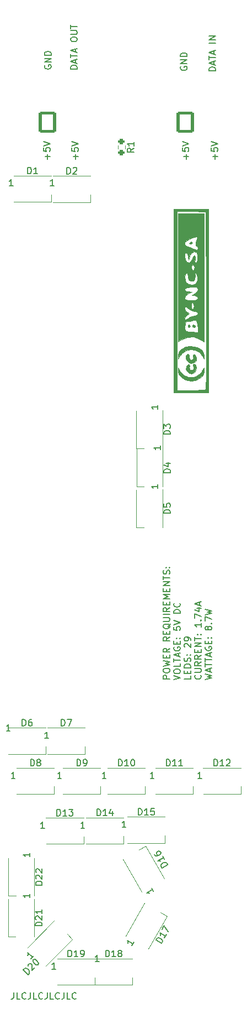
<source format=gbr>
%TF.GenerationSoftware,KiCad,Pcbnew,(6.0.9)*%
%TF.CreationDate,2023-01-06T18:17:57-09:00*%
%TF.ProjectId,DEFOG PANEL,4445464f-4720-4504-914e-454c2e6b6963,rev?*%
%TF.SameCoordinates,Original*%
%TF.FileFunction,Legend,Top*%
%TF.FilePolarity,Positive*%
%FSLAX46Y46*%
G04 Gerber Fmt 4.6, Leading zero omitted, Abs format (unit mm)*
G04 Created by KiCad (PCBNEW (6.0.9)) date 2023-01-06 18:17:57*
%MOMM*%
%LPD*%
G01*
G04 APERTURE LIST*
G04 Aperture macros list*
%AMRoundRect*
0 Rectangle with rounded corners*
0 $1 Rounding radius*
0 $2 $3 $4 $5 $6 $7 $8 $9 X,Y pos of 4 corners*
0 Add a 4 corners polygon primitive as box body*
4,1,4,$2,$3,$4,$5,$6,$7,$8,$9,$2,$3,0*
0 Add four circle primitives for the rounded corners*
1,1,$1+$1,$2,$3*
1,1,$1+$1,$4,$5*
1,1,$1+$1,$6,$7*
1,1,$1+$1,$8,$9*
0 Add four rect primitives between the rounded corners*
20,1,$1+$1,$2,$3,$4,$5,0*
20,1,$1+$1,$4,$5,$6,$7,0*
20,1,$1+$1,$6,$7,$8,$9,0*
20,1,$1+$1,$8,$9,$2,$3,0*%
%AMRotRect*
0 Rectangle, with rotation*
0 The origin of the aperture is its center*
0 $1 length*
0 $2 width*
0 $3 Rotation angle, in degrees counterclockwise*
0 Add horizontal line*
21,1,$1,$2,0,0,$3*%
G04 Aperture macros list end*
%ADD10C,0.150000*%
%ADD11C,0.120000*%
%ADD12C,0.010000*%
%ADD13R,1.500000X0.800000*%
%ADD14R,0.800000X1.500000*%
%ADD15RoundRect,0.200000X-0.275000X0.200000X-0.275000X-0.200000X0.275000X-0.200000X0.275000X0.200000X0*%
%ADD16RotRect,1.500000X0.800000X60.000000*%
%ADD17RotRect,1.500000X0.800000X120.000000*%
%ADD18RotRect,1.500000X0.800000X45.000000*%
%ADD19R,1.800000X1.800000*%
%ADD20C,1.800000*%
%ADD21RoundRect,0.250001X-1.099999X-1.399999X1.099999X-1.399999X1.099999X1.399999X-1.099999X1.399999X0*%
%ADD22O,2.700000X3.300000*%
G04 APERTURE END LIST*
D10*
X147840000Y-40331904D02*
X147792380Y-40427142D01*
X147792380Y-40570000D01*
X147840000Y-40712857D01*
X147935238Y-40808095D01*
X148030476Y-40855714D01*
X148220952Y-40903333D01*
X148363809Y-40903333D01*
X148554285Y-40855714D01*
X148649523Y-40808095D01*
X148744761Y-40712857D01*
X148792380Y-40570000D01*
X148792380Y-40474761D01*
X148744761Y-40331904D01*
X148697142Y-40284285D01*
X148363809Y-40284285D01*
X148363809Y-40474761D01*
X148792380Y-39855714D02*
X147792380Y-39855714D01*
X148792380Y-39284285D01*
X147792380Y-39284285D01*
X148792380Y-38808095D02*
X147792380Y-38808095D01*
X147792380Y-38570000D01*
X147840000Y-38427142D01*
X147935238Y-38331904D01*
X148030476Y-38284285D01*
X148220952Y-38236666D01*
X148363809Y-38236666D01*
X148554285Y-38284285D01*
X148649523Y-38331904D01*
X148744761Y-38427142D01*
X148792380Y-38570000D01*
X148792380Y-38808095D01*
X153172380Y-40952857D02*
X152172380Y-40952857D01*
X152172380Y-40714761D01*
X152220000Y-40571904D01*
X152315238Y-40476666D01*
X152410476Y-40429047D01*
X152600952Y-40381428D01*
X152743809Y-40381428D01*
X152934285Y-40429047D01*
X153029523Y-40476666D01*
X153124761Y-40571904D01*
X153172380Y-40714761D01*
X153172380Y-40952857D01*
X152886666Y-40000476D02*
X152886666Y-39524285D01*
X153172380Y-40095714D02*
X152172380Y-39762380D01*
X153172380Y-39429047D01*
X152172380Y-39238571D02*
X152172380Y-38667142D01*
X153172380Y-38952857D02*
X152172380Y-38952857D01*
X152886666Y-38381428D02*
X152886666Y-37905238D01*
X153172380Y-38476666D02*
X152172380Y-38143333D01*
X153172380Y-37810000D01*
X153172380Y-36714761D02*
X152172380Y-36714761D01*
X153172380Y-36238571D02*
X152172380Y-36238571D01*
X153172380Y-35667142D01*
X152172380Y-35667142D01*
X148681428Y-54495714D02*
X148681428Y-53733809D01*
X149062380Y-54114761D02*
X148300476Y-54114761D01*
X148062380Y-52781428D02*
X148062380Y-53257619D01*
X148538571Y-53305238D01*
X148490952Y-53257619D01*
X148443333Y-53162380D01*
X148443333Y-52924285D01*
X148490952Y-52829047D01*
X148538571Y-52781428D01*
X148633809Y-52733809D01*
X148871904Y-52733809D01*
X148967142Y-52781428D01*
X149014761Y-52829047D01*
X149062380Y-52924285D01*
X149062380Y-53162380D01*
X149014761Y-53257619D01*
X148967142Y-53305238D01*
X148062380Y-52448095D02*
X149062380Y-52114761D01*
X148062380Y-51781428D01*
X146142380Y-134084404D02*
X145142380Y-134084404D01*
X145142380Y-133703452D01*
X145190000Y-133608214D01*
X145237619Y-133560595D01*
X145332857Y-133512976D01*
X145475714Y-133512976D01*
X145570952Y-133560595D01*
X145618571Y-133608214D01*
X145666190Y-133703452D01*
X145666190Y-134084404D01*
X145142380Y-132893928D02*
X145142380Y-132703452D01*
X145190000Y-132608214D01*
X145285238Y-132512976D01*
X145475714Y-132465357D01*
X145809047Y-132465357D01*
X145999523Y-132512976D01*
X146094761Y-132608214D01*
X146142380Y-132703452D01*
X146142380Y-132893928D01*
X146094761Y-132989166D01*
X145999523Y-133084404D01*
X145809047Y-133132023D01*
X145475714Y-133132023D01*
X145285238Y-133084404D01*
X145190000Y-132989166D01*
X145142380Y-132893928D01*
X145142380Y-132132023D02*
X146142380Y-131893928D01*
X145428095Y-131703452D01*
X146142380Y-131512976D01*
X145142380Y-131274880D01*
X145618571Y-130893928D02*
X145618571Y-130560595D01*
X146142380Y-130417738D02*
X146142380Y-130893928D01*
X145142380Y-130893928D01*
X145142380Y-130417738D01*
X146142380Y-129417738D02*
X145666190Y-129751071D01*
X146142380Y-129989166D02*
X145142380Y-129989166D01*
X145142380Y-129608214D01*
X145190000Y-129512976D01*
X145237619Y-129465357D01*
X145332857Y-129417738D01*
X145475714Y-129417738D01*
X145570952Y-129465357D01*
X145618571Y-129512976D01*
X145666190Y-129608214D01*
X145666190Y-129989166D01*
X146142380Y-127655833D02*
X145666190Y-127989166D01*
X146142380Y-128227261D02*
X145142380Y-128227261D01*
X145142380Y-127846309D01*
X145190000Y-127751071D01*
X145237619Y-127703452D01*
X145332857Y-127655833D01*
X145475714Y-127655833D01*
X145570952Y-127703452D01*
X145618571Y-127751071D01*
X145666190Y-127846309D01*
X145666190Y-128227261D01*
X145618571Y-127227261D02*
X145618571Y-126893928D01*
X146142380Y-126751071D02*
X146142380Y-127227261D01*
X145142380Y-127227261D01*
X145142380Y-126751071D01*
X146237619Y-125655833D02*
X146190000Y-125751071D01*
X146094761Y-125846309D01*
X145951904Y-125989166D01*
X145904285Y-126084404D01*
X145904285Y-126179642D01*
X146142380Y-126132023D02*
X146094761Y-126227261D01*
X145999523Y-126322500D01*
X145809047Y-126370119D01*
X145475714Y-126370119D01*
X145285238Y-126322500D01*
X145190000Y-126227261D01*
X145142380Y-126132023D01*
X145142380Y-125941547D01*
X145190000Y-125846309D01*
X145285238Y-125751071D01*
X145475714Y-125703452D01*
X145809047Y-125703452D01*
X145999523Y-125751071D01*
X146094761Y-125846309D01*
X146142380Y-125941547D01*
X146142380Y-126132023D01*
X145142380Y-125274880D02*
X145951904Y-125274880D01*
X146047142Y-125227261D01*
X146094761Y-125179642D01*
X146142380Y-125084404D01*
X146142380Y-124893928D01*
X146094761Y-124798690D01*
X146047142Y-124751071D01*
X145951904Y-124703452D01*
X145142380Y-124703452D01*
X146142380Y-124227261D02*
X145142380Y-124227261D01*
X146142380Y-123179642D02*
X145666190Y-123512976D01*
X146142380Y-123751071D02*
X145142380Y-123751071D01*
X145142380Y-123370119D01*
X145190000Y-123274880D01*
X145237619Y-123227261D01*
X145332857Y-123179642D01*
X145475714Y-123179642D01*
X145570952Y-123227261D01*
X145618571Y-123274880D01*
X145666190Y-123370119D01*
X145666190Y-123751071D01*
X145618571Y-122751071D02*
X145618571Y-122417738D01*
X146142380Y-122274880D02*
X146142380Y-122751071D01*
X145142380Y-122751071D01*
X145142380Y-122274880D01*
X146142380Y-121846309D02*
X145142380Y-121846309D01*
X145856666Y-121512976D01*
X145142380Y-121179642D01*
X146142380Y-121179642D01*
X145618571Y-120703452D02*
X145618571Y-120370119D01*
X146142380Y-120227261D02*
X146142380Y-120703452D01*
X145142380Y-120703452D01*
X145142380Y-120227261D01*
X146142380Y-119798690D02*
X145142380Y-119798690D01*
X146142380Y-119227261D01*
X145142380Y-119227261D01*
X145142380Y-118893928D02*
X145142380Y-118322500D01*
X146142380Y-118608214D02*
X145142380Y-118608214D01*
X146094761Y-118036785D02*
X146142380Y-117893928D01*
X146142380Y-117655833D01*
X146094761Y-117560595D01*
X146047142Y-117512976D01*
X145951904Y-117465357D01*
X145856666Y-117465357D01*
X145761428Y-117512976D01*
X145713809Y-117560595D01*
X145666190Y-117655833D01*
X145618571Y-117846309D01*
X145570952Y-117941547D01*
X145523333Y-117989166D01*
X145428095Y-118036785D01*
X145332857Y-118036785D01*
X145237619Y-117989166D01*
X145190000Y-117941547D01*
X145142380Y-117846309D01*
X145142380Y-117608214D01*
X145190000Y-117465357D01*
X146047142Y-117036785D02*
X146094761Y-116989166D01*
X146142380Y-117036785D01*
X146094761Y-117084404D01*
X146047142Y-117036785D01*
X146142380Y-117036785D01*
X145523333Y-117036785D02*
X145570952Y-116989166D01*
X145618571Y-117036785D01*
X145570952Y-117084404D01*
X145523333Y-117036785D01*
X145618571Y-117036785D01*
X146752380Y-134227261D02*
X147752380Y-133893928D01*
X146752380Y-133560595D01*
X146752380Y-133036785D02*
X146752380Y-132846309D01*
X146800000Y-132751071D01*
X146895238Y-132655833D01*
X147085714Y-132608214D01*
X147419047Y-132608214D01*
X147609523Y-132655833D01*
X147704761Y-132751071D01*
X147752380Y-132846309D01*
X147752380Y-133036785D01*
X147704761Y-133132023D01*
X147609523Y-133227261D01*
X147419047Y-133274880D01*
X147085714Y-133274880D01*
X146895238Y-133227261D01*
X146800000Y-133132023D01*
X146752380Y-133036785D01*
X147752380Y-131703452D02*
X147752380Y-132179642D01*
X146752380Y-132179642D01*
X146752380Y-131512976D02*
X146752380Y-130941547D01*
X147752380Y-131227261D02*
X146752380Y-131227261D01*
X147466666Y-130655833D02*
X147466666Y-130179642D01*
X147752380Y-130751071D02*
X146752380Y-130417738D01*
X147752380Y-130084404D01*
X146800000Y-129227261D02*
X146752380Y-129322500D01*
X146752380Y-129465357D01*
X146800000Y-129608214D01*
X146895238Y-129703452D01*
X146990476Y-129751071D01*
X147180952Y-129798690D01*
X147323809Y-129798690D01*
X147514285Y-129751071D01*
X147609523Y-129703452D01*
X147704761Y-129608214D01*
X147752380Y-129465357D01*
X147752380Y-129370119D01*
X147704761Y-129227261D01*
X147657142Y-129179642D01*
X147323809Y-129179642D01*
X147323809Y-129370119D01*
X147228571Y-128751071D02*
X147228571Y-128417738D01*
X147752380Y-128274880D02*
X147752380Y-128751071D01*
X146752380Y-128751071D01*
X146752380Y-128274880D01*
X147657142Y-127846309D02*
X147704761Y-127798690D01*
X147752380Y-127846309D01*
X147704761Y-127893928D01*
X147657142Y-127846309D01*
X147752380Y-127846309D01*
X147133333Y-127846309D02*
X147180952Y-127798690D01*
X147228571Y-127846309D01*
X147180952Y-127893928D01*
X147133333Y-127846309D01*
X147228571Y-127846309D01*
X146752380Y-126132023D02*
X146752380Y-126608214D01*
X147228571Y-126655833D01*
X147180952Y-126608214D01*
X147133333Y-126512976D01*
X147133333Y-126274880D01*
X147180952Y-126179642D01*
X147228571Y-126132023D01*
X147323809Y-126084404D01*
X147561904Y-126084404D01*
X147657142Y-126132023D01*
X147704761Y-126179642D01*
X147752380Y-126274880D01*
X147752380Y-126512976D01*
X147704761Y-126608214D01*
X147657142Y-126655833D01*
X146752380Y-125798690D02*
X147752380Y-125465357D01*
X146752380Y-125132023D01*
X147752380Y-124036785D02*
X146752380Y-124036785D01*
X146752380Y-123798690D01*
X146800000Y-123655833D01*
X146895238Y-123560595D01*
X146990476Y-123512976D01*
X147180952Y-123465357D01*
X147323809Y-123465357D01*
X147514285Y-123512976D01*
X147609523Y-123560595D01*
X147704761Y-123655833D01*
X147752380Y-123798690D01*
X147752380Y-124036785D01*
X147657142Y-122465357D02*
X147704761Y-122512976D01*
X147752380Y-122655833D01*
X147752380Y-122751071D01*
X147704761Y-122893928D01*
X147609523Y-122989166D01*
X147514285Y-123036785D01*
X147323809Y-123084404D01*
X147180952Y-123084404D01*
X146990476Y-123036785D01*
X146895238Y-122989166D01*
X146800000Y-122893928D01*
X146752380Y-122751071D01*
X146752380Y-122655833D01*
X146800000Y-122512976D01*
X146847619Y-122465357D01*
X149362380Y-133608214D02*
X149362380Y-134084404D01*
X148362380Y-134084404D01*
X148838571Y-133274880D02*
X148838571Y-132941547D01*
X149362380Y-132798690D02*
X149362380Y-133274880D01*
X148362380Y-133274880D01*
X148362380Y-132798690D01*
X149362380Y-132370119D02*
X148362380Y-132370119D01*
X148362380Y-132132023D01*
X148410000Y-131989166D01*
X148505238Y-131893928D01*
X148600476Y-131846309D01*
X148790952Y-131798690D01*
X148933809Y-131798690D01*
X149124285Y-131846309D01*
X149219523Y-131893928D01*
X149314761Y-131989166D01*
X149362380Y-132132023D01*
X149362380Y-132370119D01*
X149314761Y-131417738D02*
X149362380Y-131274880D01*
X149362380Y-131036785D01*
X149314761Y-130941547D01*
X149267142Y-130893928D01*
X149171904Y-130846309D01*
X149076666Y-130846309D01*
X148981428Y-130893928D01*
X148933809Y-130941547D01*
X148886190Y-131036785D01*
X148838571Y-131227261D01*
X148790952Y-131322500D01*
X148743333Y-131370119D01*
X148648095Y-131417738D01*
X148552857Y-131417738D01*
X148457619Y-131370119D01*
X148410000Y-131322500D01*
X148362380Y-131227261D01*
X148362380Y-130989166D01*
X148410000Y-130846309D01*
X149267142Y-130417738D02*
X149314761Y-130370119D01*
X149362380Y-130417738D01*
X149314761Y-130465357D01*
X149267142Y-130417738D01*
X149362380Y-130417738D01*
X148743333Y-130417738D02*
X148790952Y-130370119D01*
X148838571Y-130417738D01*
X148790952Y-130465357D01*
X148743333Y-130417738D01*
X148838571Y-130417738D01*
X148457619Y-129227261D02*
X148410000Y-129179642D01*
X148362380Y-129084404D01*
X148362380Y-128846309D01*
X148410000Y-128751071D01*
X148457619Y-128703452D01*
X148552857Y-128655833D01*
X148648095Y-128655833D01*
X148790952Y-128703452D01*
X149362380Y-129274880D01*
X149362380Y-128655833D01*
X149362380Y-128179642D02*
X149362380Y-127989166D01*
X149314761Y-127893928D01*
X149267142Y-127846309D01*
X149124285Y-127751071D01*
X148933809Y-127703452D01*
X148552857Y-127703452D01*
X148457619Y-127751071D01*
X148410000Y-127798690D01*
X148362380Y-127893928D01*
X148362380Y-128084404D01*
X148410000Y-128179642D01*
X148457619Y-128227261D01*
X148552857Y-128274880D01*
X148790952Y-128274880D01*
X148886190Y-128227261D01*
X148933809Y-128179642D01*
X148981428Y-128084404D01*
X148981428Y-127893928D01*
X148933809Y-127798690D01*
X148886190Y-127751071D01*
X148790952Y-127703452D01*
X150877142Y-133512976D02*
X150924761Y-133560595D01*
X150972380Y-133703452D01*
X150972380Y-133798690D01*
X150924761Y-133941547D01*
X150829523Y-134036785D01*
X150734285Y-134084404D01*
X150543809Y-134132023D01*
X150400952Y-134132023D01*
X150210476Y-134084404D01*
X150115238Y-134036785D01*
X150020000Y-133941547D01*
X149972380Y-133798690D01*
X149972380Y-133703452D01*
X150020000Y-133560595D01*
X150067619Y-133512976D01*
X149972380Y-133084404D02*
X150781904Y-133084404D01*
X150877142Y-133036785D01*
X150924761Y-132989166D01*
X150972380Y-132893928D01*
X150972380Y-132703452D01*
X150924761Y-132608214D01*
X150877142Y-132560595D01*
X150781904Y-132512976D01*
X149972380Y-132512976D01*
X150972380Y-131465357D02*
X150496190Y-131798690D01*
X150972380Y-132036785D02*
X149972380Y-132036785D01*
X149972380Y-131655833D01*
X150020000Y-131560595D01*
X150067619Y-131512976D01*
X150162857Y-131465357D01*
X150305714Y-131465357D01*
X150400952Y-131512976D01*
X150448571Y-131560595D01*
X150496190Y-131655833D01*
X150496190Y-132036785D01*
X150972380Y-130465357D02*
X150496190Y-130798690D01*
X150972380Y-131036785D02*
X149972380Y-131036785D01*
X149972380Y-130655833D01*
X150020000Y-130560595D01*
X150067619Y-130512976D01*
X150162857Y-130465357D01*
X150305714Y-130465357D01*
X150400952Y-130512976D01*
X150448571Y-130560595D01*
X150496190Y-130655833D01*
X150496190Y-131036785D01*
X150448571Y-130036785D02*
X150448571Y-129703452D01*
X150972380Y-129560595D02*
X150972380Y-130036785D01*
X149972380Y-130036785D01*
X149972380Y-129560595D01*
X150972380Y-129132023D02*
X149972380Y-129132023D01*
X150972380Y-128560595D01*
X149972380Y-128560595D01*
X149972380Y-128227261D02*
X149972380Y-127655833D01*
X150972380Y-127941547D02*
X149972380Y-127941547D01*
X150877142Y-127322500D02*
X150924761Y-127274880D01*
X150972380Y-127322500D01*
X150924761Y-127370119D01*
X150877142Y-127322500D01*
X150972380Y-127322500D01*
X150353333Y-127322500D02*
X150400952Y-127274880D01*
X150448571Y-127322500D01*
X150400952Y-127370119D01*
X150353333Y-127322500D01*
X150448571Y-127322500D01*
X150972380Y-125560595D02*
X150972380Y-126132023D01*
X150972380Y-125846309D02*
X149972380Y-125846309D01*
X150115238Y-125941547D01*
X150210476Y-126036785D01*
X150258095Y-126132023D01*
X150877142Y-125132023D02*
X150924761Y-125084404D01*
X150972380Y-125132023D01*
X150924761Y-125179642D01*
X150877142Y-125132023D01*
X150972380Y-125132023D01*
X149972380Y-124751071D02*
X149972380Y-124084404D01*
X150972380Y-124512976D01*
X150305714Y-123274880D02*
X150972380Y-123274880D01*
X149924761Y-123512976D02*
X150639047Y-123751071D01*
X150639047Y-123132023D01*
X150686666Y-122798690D02*
X150686666Y-122322500D01*
X150972380Y-122893928D02*
X149972380Y-122560595D01*
X150972380Y-122227261D01*
X151582380Y-134179642D02*
X152582380Y-133941547D01*
X151868095Y-133751071D01*
X152582380Y-133560595D01*
X151582380Y-133322500D01*
X152296666Y-132989166D02*
X152296666Y-132512976D01*
X152582380Y-133084404D02*
X151582380Y-132751071D01*
X152582380Y-132417738D01*
X151582380Y-132227261D02*
X151582380Y-131655833D01*
X152582380Y-131941547D02*
X151582380Y-131941547D01*
X151582380Y-131465357D02*
X151582380Y-130893928D01*
X152582380Y-131179642D02*
X151582380Y-131179642D01*
X152296666Y-130608214D02*
X152296666Y-130132023D01*
X152582380Y-130703452D02*
X151582380Y-130370119D01*
X152582380Y-130036785D01*
X151630000Y-129179642D02*
X151582380Y-129274880D01*
X151582380Y-129417738D01*
X151630000Y-129560595D01*
X151725238Y-129655833D01*
X151820476Y-129703452D01*
X152010952Y-129751071D01*
X152153809Y-129751071D01*
X152344285Y-129703452D01*
X152439523Y-129655833D01*
X152534761Y-129560595D01*
X152582380Y-129417738D01*
X152582380Y-129322500D01*
X152534761Y-129179642D01*
X152487142Y-129132023D01*
X152153809Y-129132023D01*
X152153809Y-129322500D01*
X152058571Y-128703452D02*
X152058571Y-128370119D01*
X152582380Y-128227261D02*
X152582380Y-128703452D01*
X151582380Y-128703452D01*
X151582380Y-128227261D01*
X152487142Y-127798690D02*
X152534761Y-127751071D01*
X152582380Y-127798690D01*
X152534761Y-127846309D01*
X152487142Y-127798690D01*
X152582380Y-127798690D01*
X151963333Y-127798690D02*
X152010952Y-127751071D01*
X152058571Y-127798690D01*
X152010952Y-127846309D01*
X151963333Y-127798690D01*
X152058571Y-127798690D01*
X152010952Y-126417738D02*
X151963333Y-126512976D01*
X151915714Y-126560595D01*
X151820476Y-126608214D01*
X151772857Y-126608214D01*
X151677619Y-126560595D01*
X151630000Y-126512976D01*
X151582380Y-126417738D01*
X151582380Y-126227261D01*
X151630000Y-126132023D01*
X151677619Y-126084404D01*
X151772857Y-126036785D01*
X151820476Y-126036785D01*
X151915714Y-126084404D01*
X151963333Y-126132023D01*
X152010952Y-126227261D01*
X152010952Y-126417738D01*
X152058571Y-126512976D01*
X152106190Y-126560595D01*
X152201428Y-126608214D01*
X152391904Y-126608214D01*
X152487142Y-126560595D01*
X152534761Y-126512976D01*
X152582380Y-126417738D01*
X152582380Y-126227261D01*
X152534761Y-126132023D01*
X152487142Y-126084404D01*
X152391904Y-126036785D01*
X152201428Y-126036785D01*
X152106190Y-126084404D01*
X152058571Y-126132023D01*
X152010952Y-126227261D01*
X152487142Y-125608214D02*
X152534761Y-125560595D01*
X152582380Y-125608214D01*
X152534761Y-125655833D01*
X152487142Y-125608214D01*
X152582380Y-125608214D01*
X151582380Y-125227261D02*
X151582380Y-124560595D01*
X152582380Y-124989166D01*
X151582380Y-124274880D02*
X152582380Y-124036785D01*
X151868095Y-123846309D01*
X152582380Y-123655833D01*
X151582380Y-123417738D01*
X126950000Y-40121904D02*
X126902380Y-40217142D01*
X126902380Y-40360000D01*
X126950000Y-40502857D01*
X127045238Y-40598095D01*
X127140476Y-40645714D01*
X127330952Y-40693333D01*
X127473809Y-40693333D01*
X127664285Y-40645714D01*
X127759523Y-40598095D01*
X127854761Y-40502857D01*
X127902380Y-40360000D01*
X127902380Y-40264761D01*
X127854761Y-40121904D01*
X127807142Y-40074285D01*
X127473809Y-40074285D01*
X127473809Y-40264761D01*
X127902380Y-39645714D02*
X126902380Y-39645714D01*
X127902380Y-39074285D01*
X126902380Y-39074285D01*
X127902380Y-38598095D02*
X126902380Y-38598095D01*
X126902380Y-38360000D01*
X126950000Y-38217142D01*
X127045238Y-38121904D01*
X127140476Y-38074285D01*
X127330952Y-38026666D01*
X127473809Y-38026666D01*
X127664285Y-38074285D01*
X127759523Y-38121904D01*
X127854761Y-38217142D01*
X127902380Y-38360000D01*
X127902380Y-38598095D01*
X153121428Y-54495714D02*
X153121428Y-53733809D01*
X153502380Y-54114761D02*
X152740476Y-54114761D01*
X152502380Y-52781428D02*
X152502380Y-53257619D01*
X152978571Y-53305238D01*
X152930952Y-53257619D01*
X152883333Y-53162380D01*
X152883333Y-52924285D01*
X152930952Y-52829047D01*
X152978571Y-52781428D01*
X153073809Y-52733809D01*
X153311904Y-52733809D01*
X153407142Y-52781428D01*
X153454761Y-52829047D01*
X153502380Y-52924285D01*
X153502380Y-53162380D01*
X153454761Y-53257619D01*
X153407142Y-53305238D01*
X152502380Y-52448095D02*
X153502380Y-52114761D01*
X152502380Y-51781428D01*
X131912380Y-40689523D02*
X130912380Y-40689523D01*
X130912380Y-40451428D01*
X130960000Y-40308571D01*
X131055238Y-40213333D01*
X131150476Y-40165714D01*
X131340952Y-40118095D01*
X131483809Y-40118095D01*
X131674285Y-40165714D01*
X131769523Y-40213333D01*
X131864761Y-40308571D01*
X131912380Y-40451428D01*
X131912380Y-40689523D01*
X131626666Y-39737142D02*
X131626666Y-39260952D01*
X131912380Y-39832380D02*
X130912380Y-39499047D01*
X131912380Y-39165714D01*
X130912380Y-38975238D02*
X130912380Y-38403809D01*
X131912380Y-38689523D02*
X130912380Y-38689523D01*
X131626666Y-38118095D02*
X131626666Y-37641904D01*
X131912380Y-38213333D02*
X130912380Y-37880000D01*
X131912380Y-37546666D01*
X130912380Y-36260952D02*
X130912380Y-36070476D01*
X130960000Y-35975238D01*
X131055238Y-35880000D01*
X131245714Y-35832380D01*
X131579047Y-35832380D01*
X131769523Y-35880000D01*
X131864761Y-35975238D01*
X131912380Y-36070476D01*
X131912380Y-36260952D01*
X131864761Y-36356190D01*
X131769523Y-36451428D01*
X131579047Y-36499047D01*
X131245714Y-36499047D01*
X131055238Y-36451428D01*
X130960000Y-36356190D01*
X130912380Y-36260952D01*
X130912380Y-35403809D02*
X131721904Y-35403809D01*
X131817142Y-35356190D01*
X131864761Y-35308571D01*
X131912380Y-35213333D01*
X131912380Y-35022857D01*
X131864761Y-34927619D01*
X131817142Y-34880000D01*
X131721904Y-34832380D01*
X130912380Y-34832380D01*
X130912380Y-34499047D02*
X130912380Y-33927619D01*
X131912380Y-34213333D02*
X130912380Y-34213333D01*
X131691428Y-54495714D02*
X131691428Y-53733809D01*
X132072380Y-54114761D02*
X131310476Y-54114761D01*
X131072380Y-52781428D02*
X131072380Y-53257619D01*
X131548571Y-53305238D01*
X131500952Y-53257619D01*
X131453333Y-53162380D01*
X131453333Y-52924285D01*
X131500952Y-52829047D01*
X131548571Y-52781428D01*
X131643809Y-52733809D01*
X131881904Y-52733809D01*
X131977142Y-52781428D01*
X132024761Y-52829047D01*
X132072380Y-52924285D01*
X132072380Y-53162380D01*
X132024761Y-53257619D01*
X131977142Y-53305238D01*
X131072380Y-52448095D02*
X132072380Y-52114761D01*
X131072380Y-51781428D01*
X127361428Y-54495714D02*
X127361428Y-53733809D01*
X127742380Y-54114761D02*
X126980476Y-54114761D01*
X126742380Y-52781428D02*
X126742380Y-53257619D01*
X127218571Y-53305238D01*
X127170952Y-53257619D01*
X127123333Y-53162380D01*
X127123333Y-52924285D01*
X127170952Y-52829047D01*
X127218571Y-52781428D01*
X127313809Y-52733809D01*
X127551904Y-52733809D01*
X127647142Y-52781428D01*
X127694761Y-52829047D01*
X127742380Y-52924285D01*
X127742380Y-53162380D01*
X127694761Y-53257619D01*
X127647142Y-53305238D01*
X126742380Y-52448095D02*
X127742380Y-52114761D01*
X126742380Y-51781428D01*
X122180952Y-182127380D02*
X122180952Y-182841666D01*
X122133333Y-182984523D01*
X122038095Y-183079761D01*
X121895238Y-183127380D01*
X121800000Y-183127380D01*
X123133333Y-183127380D02*
X122657142Y-183127380D01*
X122657142Y-182127380D01*
X124038095Y-183032142D02*
X123990476Y-183079761D01*
X123847619Y-183127380D01*
X123752380Y-183127380D01*
X123609523Y-183079761D01*
X123514285Y-182984523D01*
X123466666Y-182889285D01*
X123419047Y-182698809D01*
X123419047Y-182555952D01*
X123466666Y-182365476D01*
X123514285Y-182270238D01*
X123609523Y-182175000D01*
X123752380Y-182127380D01*
X123847619Y-182127380D01*
X123990476Y-182175000D01*
X124038095Y-182222619D01*
X124752380Y-182127380D02*
X124752380Y-182841666D01*
X124704761Y-182984523D01*
X124609523Y-183079761D01*
X124466666Y-183127380D01*
X124371428Y-183127380D01*
X125704761Y-183127380D02*
X125228571Y-183127380D01*
X125228571Y-182127380D01*
X126609523Y-183032142D02*
X126561904Y-183079761D01*
X126419047Y-183127380D01*
X126323809Y-183127380D01*
X126180952Y-183079761D01*
X126085714Y-182984523D01*
X126038095Y-182889285D01*
X125990476Y-182698809D01*
X125990476Y-182555952D01*
X126038095Y-182365476D01*
X126085714Y-182270238D01*
X126180952Y-182175000D01*
X126323809Y-182127380D01*
X126419047Y-182127380D01*
X126561904Y-182175000D01*
X126609523Y-182222619D01*
X127323809Y-182127380D02*
X127323809Y-182841666D01*
X127276190Y-182984523D01*
X127180952Y-183079761D01*
X127038095Y-183127380D01*
X126942857Y-183127380D01*
X128276190Y-183127380D02*
X127800000Y-183127380D01*
X127800000Y-182127380D01*
X129180952Y-183032142D02*
X129133333Y-183079761D01*
X128990476Y-183127380D01*
X128895238Y-183127380D01*
X128752380Y-183079761D01*
X128657142Y-182984523D01*
X128609523Y-182889285D01*
X128561904Y-182698809D01*
X128561904Y-182555952D01*
X128609523Y-182365476D01*
X128657142Y-182270238D01*
X128752380Y-182175000D01*
X128895238Y-182127380D01*
X128990476Y-182127380D01*
X129133333Y-182175000D01*
X129180952Y-182222619D01*
X129895238Y-182127380D02*
X129895238Y-182841666D01*
X129847619Y-182984523D01*
X129752380Y-183079761D01*
X129609523Y-183127380D01*
X129514285Y-183127380D01*
X130847619Y-183127380D02*
X130371428Y-183127380D01*
X130371428Y-182127380D01*
X131752380Y-183032142D02*
X131704761Y-183079761D01*
X131561904Y-183127380D01*
X131466666Y-183127380D01*
X131323809Y-183079761D01*
X131228571Y-182984523D01*
X131180952Y-182889285D01*
X131133333Y-182698809D01*
X131133333Y-182555952D01*
X131180952Y-182365476D01*
X131228571Y-182270238D01*
X131323809Y-182175000D01*
X131466666Y-182127380D01*
X131561904Y-182127380D01*
X131704761Y-182175000D01*
X131752380Y-182222619D01*
%TO.C,D1*%
X124311904Y-56747380D02*
X124311904Y-55747380D01*
X124550000Y-55747380D01*
X124692857Y-55795000D01*
X124788095Y-55890238D01*
X124835714Y-55985476D01*
X124883333Y-56175952D01*
X124883333Y-56318809D01*
X124835714Y-56509285D01*
X124788095Y-56604523D01*
X124692857Y-56699761D01*
X124550000Y-56747380D01*
X124311904Y-56747380D01*
X125835714Y-56747380D02*
X125264285Y-56747380D01*
X125550000Y-56747380D02*
X125550000Y-55747380D01*
X125454761Y-55890238D01*
X125359523Y-55985476D01*
X125264285Y-56033095D01*
X122074832Y-58604664D02*
X121503403Y-58604664D01*
X121789118Y-58604664D02*
X121789118Y-57604664D01*
X121693879Y-57747522D01*
X121598641Y-57842760D01*
X121503403Y-57890379D01*
%TO.C,D2*%
X130341904Y-56782380D02*
X130341904Y-55782380D01*
X130580000Y-55782380D01*
X130722857Y-55830000D01*
X130818095Y-55925238D01*
X130865714Y-56020476D01*
X130913333Y-56210952D01*
X130913333Y-56353809D01*
X130865714Y-56544285D01*
X130818095Y-56639523D01*
X130722857Y-56734761D01*
X130580000Y-56782380D01*
X130341904Y-56782380D01*
X131294285Y-55877619D02*
X131341904Y-55830000D01*
X131437142Y-55782380D01*
X131675238Y-55782380D01*
X131770476Y-55830000D01*
X131818095Y-55877619D01*
X131865714Y-55972857D01*
X131865714Y-56068095D01*
X131818095Y-56210952D01*
X131246666Y-56782380D01*
X131865714Y-56782380D01*
X128366135Y-58556858D02*
X127794706Y-58556858D01*
X128080421Y-58556858D02*
X128080421Y-57556858D01*
X127985182Y-57699716D01*
X127889944Y-57794954D01*
X127794706Y-57842573D01*
%TO.C,D3*%
X146207380Y-96628095D02*
X145207380Y-96628095D01*
X145207380Y-96390000D01*
X145255000Y-96247142D01*
X145350238Y-96151904D01*
X145445476Y-96104285D01*
X145635952Y-96056666D01*
X145778809Y-96056666D01*
X145969285Y-96104285D01*
X146064523Y-96151904D01*
X146159761Y-96247142D01*
X146207380Y-96390000D01*
X146207380Y-96628095D01*
X145207380Y-95723333D02*
X145207380Y-95104285D01*
X145588333Y-95437619D01*
X145588333Y-95294761D01*
X145635952Y-95199523D01*
X145683571Y-95151904D01*
X145778809Y-95104285D01*
X146016904Y-95104285D01*
X146112142Y-95151904D01*
X146159761Y-95199523D01*
X146207380Y-95294761D01*
X146207380Y-95580476D01*
X146159761Y-95675714D01*
X146112142Y-95723333D01*
X144307380Y-92204285D02*
X144307380Y-92775714D01*
X144307380Y-92490000D02*
X143307380Y-92490000D01*
X143450238Y-92585238D01*
X143545476Y-92680476D01*
X143593095Y-92775714D01*
%TO.C,D4*%
X146237380Y-102518095D02*
X145237380Y-102518095D01*
X145237380Y-102280000D01*
X145285000Y-102137142D01*
X145380238Y-102041904D01*
X145475476Y-101994285D01*
X145665952Y-101946666D01*
X145808809Y-101946666D01*
X145999285Y-101994285D01*
X146094523Y-102041904D01*
X146189761Y-102137142D01*
X146237380Y-102280000D01*
X146237380Y-102518095D01*
X145570714Y-101089523D02*
X146237380Y-101089523D01*
X145189761Y-101327619D02*
X145904047Y-101565714D01*
X145904047Y-100946666D01*
X144676804Y-98405025D02*
X144676804Y-98976454D01*
X144676804Y-98690740D02*
X143676804Y-98690740D01*
X143819662Y-98785978D01*
X143914900Y-98881216D01*
X143962519Y-98976454D01*
%TO.C,D5*%
X146217380Y-108738095D02*
X145217380Y-108738095D01*
X145217380Y-108500000D01*
X145265000Y-108357142D01*
X145360238Y-108261904D01*
X145455476Y-108214285D01*
X145645952Y-108166666D01*
X145788809Y-108166666D01*
X145979285Y-108214285D01*
X146074523Y-108261904D01*
X146169761Y-108357142D01*
X146217380Y-108500000D01*
X146217380Y-108738095D01*
X145217380Y-107261904D02*
X145217380Y-107738095D01*
X145693571Y-107785714D01*
X145645952Y-107738095D01*
X145598333Y-107642857D01*
X145598333Y-107404761D01*
X145645952Y-107309523D01*
X145693571Y-107261904D01*
X145788809Y-107214285D01*
X146026904Y-107214285D01*
X146122142Y-107261904D01*
X146169761Y-107309523D01*
X146217380Y-107404761D01*
X146217380Y-107642857D01*
X146169761Y-107738095D01*
X146122142Y-107785714D01*
X144317380Y-104314285D02*
X144317380Y-104885714D01*
X144317380Y-104600000D02*
X143317380Y-104600000D01*
X143460238Y-104695238D01*
X143555476Y-104790476D01*
X143603095Y-104885714D01*
%TO.C,D6*%
X123491904Y-141287380D02*
X123491904Y-140287380D01*
X123730000Y-140287380D01*
X123872857Y-140335000D01*
X123968095Y-140430238D01*
X124015714Y-140525476D01*
X124063333Y-140715952D01*
X124063333Y-140858809D01*
X124015714Y-141049285D01*
X123968095Y-141144523D01*
X123872857Y-141239761D01*
X123730000Y-141287380D01*
X123491904Y-141287380D01*
X124920476Y-140287380D02*
X124730000Y-140287380D01*
X124634761Y-140335000D01*
X124587142Y-140382619D01*
X124491904Y-140525476D01*
X124444285Y-140715952D01*
X124444285Y-141096904D01*
X124491904Y-141192142D01*
X124539523Y-141239761D01*
X124634761Y-141287380D01*
X124825238Y-141287380D01*
X124920476Y-141239761D01*
X124968095Y-141192142D01*
X125015714Y-141096904D01*
X125015714Y-140858809D01*
X124968095Y-140763571D01*
X124920476Y-140715952D01*
X124825238Y-140668333D01*
X124634761Y-140668333D01*
X124539523Y-140715952D01*
X124491904Y-140763571D01*
X124444285Y-140858809D01*
X121615714Y-142037380D02*
X121044285Y-142037380D01*
X121330000Y-142037380D02*
X121330000Y-141037380D01*
X121234761Y-141180238D01*
X121139523Y-141275476D01*
X121044285Y-141323095D01*
%TO.C,D7*%
X129471904Y-141292380D02*
X129471904Y-140292380D01*
X129710000Y-140292380D01*
X129852857Y-140340000D01*
X129948095Y-140435238D01*
X129995714Y-140530476D01*
X130043333Y-140720952D01*
X130043333Y-140863809D01*
X129995714Y-141054285D01*
X129948095Y-141149523D01*
X129852857Y-141244761D01*
X129710000Y-141292380D01*
X129471904Y-141292380D01*
X130376666Y-140292380D02*
X131043333Y-140292380D01*
X130614761Y-141292380D01*
X127530750Y-143197160D02*
X126959321Y-143197160D01*
X127245036Y-143197160D02*
X127245036Y-142197160D01*
X127149797Y-142340018D01*
X127054559Y-142435256D01*
X126959321Y-142482875D01*
%TO.C,D8*%
X124765904Y-147421380D02*
X124765904Y-146421380D01*
X125004000Y-146421380D01*
X125146857Y-146469000D01*
X125242095Y-146564238D01*
X125289714Y-146659476D01*
X125337333Y-146849952D01*
X125337333Y-146992809D01*
X125289714Y-147183285D01*
X125242095Y-147278523D01*
X125146857Y-147373761D01*
X125004000Y-147421380D01*
X124765904Y-147421380D01*
X125908761Y-146849952D02*
X125813523Y-146802333D01*
X125765904Y-146754714D01*
X125718285Y-146659476D01*
X125718285Y-146611857D01*
X125765904Y-146516619D01*
X125813523Y-146469000D01*
X125908761Y-146421380D01*
X126099238Y-146421380D01*
X126194476Y-146469000D01*
X126242095Y-146516619D01*
X126289714Y-146611857D01*
X126289714Y-146659476D01*
X126242095Y-146754714D01*
X126194476Y-146802333D01*
X126099238Y-146849952D01*
X125908761Y-146849952D01*
X125813523Y-146897571D01*
X125765904Y-146945190D01*
X125718285Y-147040428D01*
X125718285Y-147230904D01*
X125765904Y-147326142D01*
X125813523Y-147373761D01*
X125908761Y-147421380D01*
X126099238Y-147421380D01*
X126194476Y-147373761D01*
X126242095Y-147326142D01*
X126289714Y-147230904D01*
X126289714Y-147040428D01*
X126242095Y-146945190D01*
X126194476Y-146897571D01*
X126099238Y-146849952D01*
X122389714Y-149321380D02*
X121818285Y-149321380D01*
X122104000Y-149321380D02*
X122104000Y-148321380D01*
X122008761Y-148464238D01*
X121913523Y-148559476D01*
X121818285Y-148607095D01*
%TO.C,D9*%
X131877904Y-147421380D02*
X131877904Y-146421380D01*
X132116000Y-146421380D01*
X132258857Y-146469000D01*
X132354095Y-146564238D01*
X132401714Y-146659476D01*
X132449333Y-146849952D01*
X132449333Y-146992809D01*
X132401714Y-147183285D01*
X132354095Y-147278523D01*
X132258857Y-147373761D01*
X132116000Y-147421380D01*
X131877904Y-147421380D01*
X132925523Y-147421380D02*
X133116000Y-147421380D01*
X133211238Y-147373761D01*
X133258857Y-147326142D01*
X133354095Y-147183285D01*
X133401714Y-146992809D01*
X133401714Y-146611857D01*
X133354095Y-146516619D01*
X133306476Y-146469000D01*
X133211238Y-146421380D01*
X133020761Y-146421380D01*
X132925523Y-146469000D01*
X132877904Y-146516619D01*
X132830285Y-146611857D01*
X132830285Y-146849952D01*
X132877904Y-146945190D01*
X132925523Y-146992809D01*
X133020761Y-147040428D01*
X133211238Y-147040428D01*
X133306476Y-146992809D01*
X133354095Y-146945190D01*
X133401714Y-146849952D01*
X129501714Y-149321380D02*
X128930285Y-149321380D01*
X129216000Y-149321380D02*
X129216000Y-148321380D01*
X129120761Y-148464238D01*
X129025523Y-148559476D01*
X128930285Y-148607095D01*
%TO.C,D10*%
X138259714Y-147421380D02*
X138259714Y-146421380D01*
X138497809Y-146421380D01*
X138640666Y-146469000D01*
X138735904Y-146564238D01*
X138783523Y-146659476D01*
X138831142Y-146849952D01*
X138831142Y-146992809D01*
X138783523Y-147183285D01*
X138735904Y-147278523D01*
X138640666Y-147373761D01*
X138497809Y-147421380D01*
X138259714Y-147421380D01*
X139783523Y-147421380D02*
X139212095Y-147421380D01*
X139497809Y-147421380D02*
X139497809Y-146421380D01*
X139402571Y-146564238D01*
X139307333Y-146659476D01*
X139212095Y-146707095D01*
X140402571Y-146421380D02*
X140497809Y-146421380D01*
X140593047Y-146469000D01*
X140640666Y-146516619D01*
X140688285Y-146611857D01*
X140735904Y-146802333D01*
X140735904Y-147040428D01*
X140688285Y-147230904D01*
X140640666Y-147326142D01*
X140593047Y-147373761D01*
X140497809Y-147421380D01*
X140402571Y-147421380D01*
X140307333Y-147373761D01*
X140259714Y-147326142D01*
X140212095Y-147230904D01*
X140164476Y-147040428D01*
X140164476Y-146802333D01*
X140212095Y-146611857D01*
X140259714Y-146516619D01*
X140307333Y-146469000D01*
X140402571Y-146421380D01*
X136359714Y-149321380D02*
X135788285Y-149321380D01*
X136074000Y-149321380D02*
X136074000Y-148321380D01*
X135978761Y-148464238D01*
X135883523Y-148559476D01*
X135788285Y-148607095D01*
%TO.C,D11*%
X145625714Y-147421380D02*
X145625714Y-146421380D01*
X145863809Y-146421380D01*
X146006666Y-146469000D01*
X146101904Y-146564238D01*
X146149523Y-146659476D01*
X146197142Y-146849952D01*
X146197142Y-146992809D01*
X146149523Y-147183285D01*
X146101904Y-147278523D01*
X146006666Y-147373761D01*
X145863809Y-147421380D01*
X145625714Y-147421380D01*
X147149523Y-147421380D02*
X146578095Y-147421380D01*
X146863809Y-147421380D02*
X146863809Y-146421380D01*
X146768571Y-146564238D01*
X146673333Y-146659476D01*
X146578095Y-146707095D01*
X148101904Y-147421380D02*
X147530476Y-147421380D01*
X147816190Y-147421380D02*
X147816190Y-146421380D01*
X147720952Y-146564238D01*
X147625714Y-146659476D01*
X147530476Y-146707095D01*
X143725714Y-149321380D02*
X143154285Y-149321380D01*
X143440000Y-149321380D02*
X143440000Y-148321380D01*
X143344761Y-148464238D01*
X143249523Y-148559476D01*
X143154285Y-148607095D01*
%TO.C,D12*%
X152935714Y-147421380D02*
X152935714Y-146421380D01*
X153173809Y-146421380D01*
X153316666Y-146469000D01*
X153411904Y-146564238D01*
X153459523Y-146659476D01*
X153507142Y-146849952D01*
X153507142Y-146992809D01*
X153459523Y-147183285D01*
X153411904Y-147278523D01*
X153316666Y-147373761D01*
X153173809Y-147421380D01*
X152935714Y-147421380D01*
X154459523Y-147421380D02*
X153888095Y-147421380D01*
X154173809Y-147421380D02*
X154173809Y-146421380D01*
X154078571Y-146564238D01*
X153983333Y-146659476D01*
X153888095Y-146707095D01*
X154840476Y-146516619D02*
X154888095Y-146469000D01*
X154983333Y-146421380D01*
X155221428Y-146421380D01*
X155316666Y-146469000D01*
X155364285Y-146516619D01*
X155411904Y-146611857D01*
X155411904Y-146707095D01*
X155364285Y-146849952D01*
X154792857Y-147421380D01*
X155411904Y-147421380D01*
X151035714Y-149321380D02*
X150464285Y-149321380D01*
X150750000Y-149321380D02*
X150750000Y-148321380D01*
X150654761Y-148464238D01*
X150559523Y-148559476D01*
X150464285Y-148607095D01*
%TO.C,D13*%
X128805714Y-155069380D02*
X128805714Y-154069380D01*
X129043809Y-154069380D01*
X129186666Y-154117000D01*
X129281904Y-154212238D01*
X129329523Y-154307476D01*
X129377142Y-154497952D01*
X129377142Y-154640809D01*
X129329523Y-154831285D01*
X129281904Y-154926523D01*
X129186666Y-155021761D01*
X129043809Y-155069380D01*
X128805714Y-155069380D01*
X130329523Y-155069380D02*
X129758095Y-155069380D01*
X130043809Y-155069380D02*
X130043809Y-154069380D01*
X129948571Y-154212238D01*
X129853333Y-154307476D01*
X129758095Y-154355095D01*
X130662857Y-154069380D02*
X131281904Y-154069380D01*
X130948571Y-154450333D01*
X131091428Y-154450333D01*
X131186666Y-154497952D01*
X131234285Y-154545571D01*
X131281904Y-154640809D01*
X131281904Y-154878904D01*
X131234285Y-154974142D01*
X131186666Y-155021761D01*
X131091428Y-155069380D01*
X130805714Y-155069380D01*
X130710476Y-155021761D01*
X130662857Y-154974142D01*
X126905714Y-156969380D02*
X126334285Y-156969380D01*
X126620000Y-156969380D02*
X126620000Y-155969380D01*
X126524761Y-156112238D01*
X126429523Y-156207476D01*
X126334285Y-156255095D01*
%TO.C,D14*%
X134957714Y-155041380D02*
X134957714Y-154041380D01*
X135195809Y-154041380D01*
X135338666Y-154089000D01*
X135433904Y-154184238D01*
X135481523Y-154279476D01*
X135529142Y-154469952D01*
X135529142Y-154612809D01*
X135481523Y-154803285D01*
X135433904Y-154898523D01*
X135338666Y-154993761D01*
X135195809Y-155041380D01*
X134957714Y-155041380D01*
X136481523Y-155041380D02*
X135910095Y-155041380D01*
X136195809Y-155041380D02*
X136195809Y-154041380D01*
X136100571Y-154184238D01*
X136005333Y-154279476D01*
X135910095Y-154327095D01*
X137338666Y-154374714D02*
X137338666Y-155041380D01*
X137100571Y-153993761D02*
X136862476Y-154708047D01*
X137481523Y-154708047D01*
X133057714Y-156941380D02*
X132486285Y-156941380D01*
X132772000Y-156941380D02*
X132772000Y-155941380D01*
X132676761Y-156084238D01*
X132581523Y-156179476D01*
X132486285Y-156227095D01*
%TO.C,D15*%
X141307714Y-154928380D02*
X141307714Y-153928380D01*
X141545809Y-153928380D01*
X141688666Y-153976000D01*
X141783904Y-154071238D01*
X141831523Y-154166476D01*
X141879142Y-154356952D01*
X141879142Y-154499809D01*
X141831523Y-154690285D01*
X141783904Y-154785523D01*
X141688666Y-154880761D01*
X141545809Y-154928380D01*
X141307714Y-154928380D01*
X142831523Y-154928380D02*
X142260095Y-154928380D01*
X142545809Y-154928380D02*
X142545809Y-153928380D01*
X142450571Y-154071238D01*
X142355333Y-154166476D01*
X142260095Y-154214095D01*
X143736285Y-153928380D02*
X143260095Y-153928380D01*
X143212476Y-154404571D01*
X143260095Y-154356952D01*
X143355333Y-154309333D01*
X143593428Y-154309333D01*
X143688666Y-154356952D01*
X143736285Y-154404571D01*
X143783904Y-154499809D01*
X143783904Y-154737904D01*
X143736285Y-154833142D01*
X143688666Y-154880761D01*
X143593428Y-154928380D01*
X143355333Y-154928380D01*
X143260095Y-154880761D01*
X143212476Y-154833142D01*
X139407714Y-156828380D02*
X138836285Y-156828380D01*
X139122000Y-156828380D02*
X139122000Y-155828380D01*
X139026761Y-155971238D01*
X138931523Y-156066476D01*
X138836285Y-156114095D01*
%TO.C,D22*%
X126537380Y-165644285D02*
X125537380Y-165644285D01*
X125537380Y-165406190D01*
X125585000Y-165263333D01*
X125680238Y-165168095D01*
X125775476Y-165120476D01*
X125965952Y-165072857D01*
X126108809Y-165072857D01*
X126299285Y-165120476D01*
X126394523Y-165168095D01*
X126489761Y-165263333D01*
X126537380Y-165406190D01*
X126537380Y-165644285D01*
X125632619Y-164691904D02*
X125585000Y-164644285D01*
X125537380Y-164549047D01*
X125537380Y-164310952D01*
X125585000Y-164215714D01*
X125632619Y-164168095D01*
X125727857Y-164120476D01*
X125823095Y-164120476D01*
X125965952Y-164168095D01*
X126537380Y-164739523D01*
X126537380Y-164120476D01*
X125632619Y-163739523D02*
X125585000Y-163691904D01*
X125537380Y-163596666D01*
X125537380Y-163358571D01*
X125585000Y-163263333D01*
X125632619Y-163215714D01*
X125727857Y-163168095D01*
X125823095Y-163168095D01*
X125965952Y-163215714D01*
X126537380Y-163787142D01*
X126537380Y-163168095D01*
X124637380Y-160744285D02*
X124637380Y-161315714D01*
X124637380Y-161030000D02*
X123637380Y-161030000D01*
X123780238Y-161125238D01*
X123875476Y-161220476D01*
X123923095Y-161315714D01*
%TO.C,D21*%
X126517380Y-171904285D02*
X125517380Y-171904285D01*
X125517380Y-171666190D01*
X125565000Y-171523333D01*
X125660238Y-171428095D01*
X125755476Y-171380476D01*
X125945952Y-171332857D01*
X126088809Y-171332857D01*
X126279285Y-171380476D01*
X126374523Y-171428095D01*
X126469761Y-171523333D01*
X126517380Y-171666190D01*
X126517380Y-171904285D01*
X125612619Y-170951904D02*
X125565000Y-170904285D01*
X125517380Y-170809047D01*
X125517380Y-170570952D01*
X125565000Y-170475714D01*
X125612619Y-170428095D01*
X125707857Y-170380476D01*
X125803095Y-170380476D01*
X125945952Y-170428095D01*
X126517380Y-170999523D01*
X126517380Y-170380476D01*
X126517380Y-169428095D02*
X126517380Y-169999523D01*
X126517380Y-169713809D02*
X125517380Y-169713809D01*
X125660238Y-169809047D01*
X125755476Y-169904285D01*
X125803095Y-169999523D01*
X124617380Y-167004285D02*
X124617380Y-167575714D01*
X124617380Y-167290000D02*
X123617380Y-167290000D01*
X123760238Y-167385238D01*
X123855476Y-167480476D01*
X123903095Y-167575714D01*
%TO.C,R1*%
X140602380Y-52826666D02*
X140126190Y-53160000D01*
X140602380Y-53398095D02*
X139602380Y-53398095D01*
X139602380Y-53017142D01*
X139650000Y-52921904D01*
X139697619Y-52874285D01*
X139792857Y-52826666D01*
X139935714Y-52826666D01*
X140030952Y-52874285D01*
X140078571Y-52921904D01*
X140126190Y-53017142D01*
X140126190Y-53398095D01*
X140602380Y-51874285D02*
X140602380Y-52445714D01*
X140602380Y-52160000D02*
X139602380Y-52160000D01*
X139745238Y-52255238D01*
X139840476Y-52350476D01*
X139888095Y-52445714D01*
%TO.C,D17*%
X144855393Y-174578637D02*
X143989368Y-174078637D01*
X144108415Y-173872441D01*
X144221083Y-173772532D01*
X144351181Y-173737673D01*
X144457469Y-173744053D01*
X144646236Y-173798051D01*
X144769954Y-173869480D01*
X144911101Y-174005957D01*
X144969770Y-174094816D01*
X145004630Y-174224913D01*
X144974441Y-174372441D01*
X144855393Y-174578637D01*
X145617298Y-173258979D02*
X145331584Y-173753851D01*
X145474441Y-173506415D02*
X144608415Y-173006415D01*
X144684514Y-173160323D01*
X144719374Y-173290420D01*
X144712994Y-173396708D01*
X144917939Y-172470304D02*
X145251272Y-171892954D01*
X145903012Y-172764108D01*
X140628508Y-174433240D02*
X140342794Y-174928112D01*
X140485651Y-174680676D02*
X139619625Y-174180676D01*
X139695724Y-174334583D01*
X139730584Y-174464681D01*
X139724204Y-174570969D01*
%TO.C,D16*%
X145797452Y-162518607D02*
X144931426Y-163018607D01*
X144812379Y-162812411D01*
X144782189Y-162664883D01*
X144817049Y-162534786D01*
X144875718Y-162445927D01*
X145016866Y-162309450D01*
X145140584Y-162238021D01*
X145329350Y-162184023D01*
X145435639Y-162177643D01*
X145565736Y-162212502D01*
X145678404Y-162312411D01*
X145797452Y-162518607D01*
X145035547Y-161198950D02*
X145321261Y-161693821D01*
X145178404Y-161446385D02*
X144312379Y-161946385D01*
X144483716Y-161957435D01*
X144613813Y-161992295D01*
X144702672Y-162050964D01*
X143740950Y-160956642D02*
X143836188Y-161121599D01*
X143925047Y-161180268D01*
X143990095Y-161197698D01*
X144161432Y-161208748D01*
X144350199Y-161154749D01*
X144680114Y-160964273D01*
X144738783Y-160875415D01*
X144756212Y-160810366D01*
X144749833Y-160704078D01*
X144654595Y-160539121D01*
X144565736Y-160480452D01*
X144500687Y-160463022D01*
X144394399Y-160469402D01*
X144188203Y-160588449D01*
X144129534Y-160677308D01*
X144112104Y-160742356D01*
X144118484Y-160848644D01*
X144213722Y-161013602D01*
X144302580Y-161072271D01*
X144367629Y-161089701D01*
X144473917Y-161083321D01*
X143309794Y-166097859D02*
X143595508Y-166592731D01*
X143452651Y-166345295D02*
X142586625Y-166845295D01*
X142757962Y-166856345D01*
X142888060Y-166891205D01*
X142976918Y-166949874D01*
%TO.C,D20*%
X124352995Y-179362765D02*
X123645889Y-178655658D01*
X123814247Y-178487299D01*
X123948934Y-178419956D01*
X124083621Y-178419956D01*
X124184637Y-178453628D01*
X124352995Y-178554643D01*
X124454011Y-178655658D01*
X124555026Y-178824017D01*
X124588698Y-178925032D01*
X124588698Y-179059719D01*
X124521354Y-179194406D01*
X124352995Y-179362765D01*
X124386667Y-178049566D02*
X124386667Y-177982223D01*
X124420339Y-177881208D01*
X124588698Y-177712849D01*
X124689713Y-177679177D01*
X124757056Y-177679177D01*
X124858072Y-177712849D01*
X124925415Y-177780192D01*
X124992759Y-177914879D01*
X124992759Y-178723002D01*
X125430492Y-178285269D01*
X125161118Y-177140429D02*
X125228461Y-177073086D01*
X125329476Y-177039414D01*
X125396820Y-177039414D01*
X125497835Y-177073086D01*
X125666194Y-177174101D01*
X125834553Y-177342460D01*
X125935568Y-177510818D01*
X125969240Y-177611834D01*
X125969240Y-177679177D01*
X125935568Y-177780192D01*
X125868224Y-177847536D01*
X125767209Y-177881208D01*
X125699866Y-177881208D01*
X125598850Y-177847536D01*
X125430492Y-177746521D01*
X125262133Y-177578162D01*
X125161118Y-177409803D01*
X125127446Y-177308788D01*
X125127446Y-177241444D01*
X125161118Y-177140429D01*
X125240708Y-176519973D02*
X124836647Y-176924034D01*
X125038677Y-176722003D02*
X124331570Y-176014896D01*
X124365242Y-176183255D01*
X124365242Y-176317942D01*
X124331570Y-176418957D01*
%TO.C,D19*%
X130515714Y-176637380D02*
X130515714Y-175637380D01*
X130753809Y-175637380D01*
X130896666Y-175685000D01*
X130991904Y-175780238D01*
X131039523Y-175875476D01*
X131087142Y-176065952D01*
X131087142Y-176208809D01*
X131039523Y-176399285D01*
X130991904Y-176494523D01*
X130896666Y-176589761D01*
X130753809Y-176637380D01*
X130515714Y-176637380D01*
X132039523Y-176637380D02*
X131468095Y-176637380D01*
X131753809Y-176637380D02*
X131753809Y-175637380D01*
X131658571Y-175780238D01*
X131563333Y-175875476D01*
X131468095Y-175923095D01*
X132515714Y-176637380D02*
X132706190Y-176637380D01*
X132801428Y-176589761D01*
X132849047Y-176542142D01*
X132944285Y-176399285D01*
X132991904Y-176208809D01*
X132991904Y-175827857D01*
X132944285Y-175732619D01*
X132896666Y-175685000D01*
X132801428Y-175637380D01*
X132610952Y-175637380D01*
X132515714Y-175685000D01*
X132468095Y-175732619D01*
X132420476Y-175827857D01*
X132420476Y-176065952D01*
X132468095Y-176161190D01*
X132515714Y-176208809D01*
X132610952Y-176256428D01*
X132801428Y-176256428D01*
X132896666Y-176208809D01*
X132944285Y-176161190D01*
X132991904Y-176065952D01*
X128615714Y-178537380D02*
X128044285Y-178537380D01*
X128330000Y-178537380D02*
X128330000Y-177537380D01*
X128234761Y-177680238D01*
X128139523Y-177775476D01*
X128044285Y-177823095D01*
%TO.C,D18*%
X136282714Y-176649380D02*
X136282714Y-175649380D01*
X136520809Y-175649380D01*
X136663666Y-175697000D01*
X136758904Y-175792238D01*
X136806523Y-175887476D01*
X136854142Y-176077952D01*
X136854142Y-176220809D01*
X136806523Y-176411285D01*
X136758904Y-176506523D01*
X136663666Y-176601761D01*
X136520809Y-176649380D01*
X136282714Y-176649380D01*
X137806523Y-176649380D02*
X137235095Y-176649380D01*
X137520809Y-176649380D02*
X137520809Y-175649380D01*
X137425571Y-175792238D01*
X137330333Y-175887476D01*
X137235095Y-175935095D01*
X138377952Y-176077952D02*
X138282714Y-176030333D01*
X138235095Y-175982714D01*
X138187476Y-175887476D01*
X138187476Y-175839857D01*
X138235095Y-175744619D01*
X138282714Y-175697000D01*
X138377952Y-175649380D01*
X138568428Y-175649380D01*
X138663666Y-175697000D01*
X138711285Y-175744619D01*
X138758904Y-175839857D01*
X138758904Y-175887476D01*
X138711285Y-175982714D01*
X138663666Y-176030333D01*
X138568428Y-176077952D01*
X138377952Y-176077952D01*
X138282714Y-176125571D01*
X138235095Y-176173190D01*
X138187476Y-176268428D01*
X138187476Y-176458904D01*
X138235095Y-176554142D01*
X138282714Y-176601761D01*
X138377952Y-176649380D01*
X138568428Y-176649380D01*
X138663666Y-176601761D01*
X138711285Y-176554142D01*
X138758904Y-176458904D01*
X138758904Y-176268428D01*
X138711285Y-176173190D01*
X138663666Y-176125571D01*
X138568428Y-176077952D01*
X135278284Y-177387380D02*
X134706855Y-177387380D01*
X134992570Y-177387380D02*
X134992570Y-176387380D01*
X134897331Y-176530238D01*
X134802093Y-176625476D01*
X134706855Y-176673095D01*
D11*
%TO.C,D1*%
X122170000Y-61045000D02*
X127930000Y-61045000D01*
X122150000Y-57045000D02*
X127950000Y-57045000D01*
X127950000Y-61045000D02*
X127950000Y-59895000D01*
%TO.C,D2*%
X128180000Y-57080000D02*
X133980000Y-57080000D01*
X128200000Y-61080000D02*
X133960000Y-61080000D01*
X133980000Y-61080000D02*
X133980000Y-59930000D01*
%TO.C,D3*%
X145005000Y-92990000D02*
X145005000Y-98790000D01*
X141005000Y-98790000D02*
X142155000Y-98790000D01*
X141005000Y-93010000D02*
X141005000Y-98770000D01*
%TO.C,D4*%
X141035000Y-98900000D02*
X141035000Y-104660000D01*
X145035000Y-98880000D02*
X145035000Y-104680000D01*
X141035000Y-104680000D02*
X142185000Y-104680000D01*
%TO.C,D5*%
X145015000Y-105100000D02*
X145015000Y-110900000D01*
X141015000Y-105120000D02*
X141015000Y-110880000D01*
X141015000Y-110900000D02*
X142165000Y-110900000D01*
%TO.C,D6*%
X121330000Y-141585000D02*
X127130000Y-141585000D01*
X121350000Y-145585000D02*
X127110000Y-145585000D01*
X127130000Y-145585000D02*
X127130000Y-144435000D01*
%TO.C,D7*%
X127310000Y-141590000D02*
X133110000Y-141590000D01*
X133110000Y-145590000D02*
X133110000Y-144440000D01*
X127330000Y-145590000D02*
X133090000Y-145590000D01*
%TO.C,D8*%
X128404000Y-151719000D02*
X128404000Y-150569000D01*
X122604000Y-147719000D02*
X128404000Y-147719000D01*
X122624000Y-151719000D02*
X128384000Y-151719000D01*
%TO.C,D9*%
X129736000Y-151719000D02*
X135496000Y-151719000D01*
X135516000Y-151719000D02*
X135516000Y-150569000D01*
X129716000Y-147719000D02*
X135516000Y-147719000D01*
%TO.C,D10*%
X142374000Y-151719000D02*
X142374000Y-150569000D01*
X136594000Y-151719000D02*
X142354000Y-151719000D01*
X136574000Y-147719000D02*
X142374000Y-147719000D01*
%TO.C,D11*%
X149740000Y-151719000D02*
X149740000Y-150569000D01*
X143960000Y-151719000D02*
X149720000Y-151719000D01*
X143940000Y-147719000D02*
X149740000Y-147719000D01*
%TO.C,D12*%
X157050000Y-151719000D02*
X157050000Y-150569000D01*
X151250000Y-147719000D02*
X157050000Y-147719000D01*
X151270000Y-151719000D02*
X157030000Y-151719000D01*
%TO.C,D13*%
X127140000Y-159367000D02*
X132900000Y-159367000D01*
X132920000Y-159367000D02*
X132920000Y-158217000D01*
X127120000Y-155367000D02*
X132920000Y-155367000D01*
%TO.C,D14*%
X133272000Y-155339000D02*
X139072000Y-155339000D01*
X133292000Y-159339000D02*
X139052000Y-159339000D01*
X139072000Y-159339000D02*
X139072000Y-158189000D01*
%TO.C,D15*%
X139642000Y-159226000D02*
X145402000Y-159226000D01*
X139622000Y-155226000D02*
X145422000Y-155226000D01*
X145422000Y-159226000D02*
X145422000Y-158076000D01*
%TO.C,D22*%
X125335000Y-161530000D02*
X125335000Y-167330000D01*
X121335000Y-167330000D02*
X122485000Y-167330000D01*
X121335000Y-161550000D02*
X121335000Y-167310000D01*
%TO.C,D21*%
X125315000Y-167790000D02*
X125315000Y-173590000D01*
X121315000Y-167810000D02*
X121315000Y-173570000D01*
X121315000Y-173590000D02*
X122465000Y-173590000D01*
%TO.C,R1*%
X138197500Y-52422742D02*
X138197500Y-52897258D01*
X139242500Y-52422742D02*
X139242500Y-52897258D01*
%TO.C,D17*%
X139347949Y-173446474D02*
X142247949Y-168423526D01*
X142822051Y-175429153D02*
X145702051Y-170440847D01*
X145712051Y-170423526D02*
X144716122Y-169848526D01*
%TO.C,D16*%
X141814949Y-166713474D02*
X138914949Y-161690526D01*
X142379051Y-159690526D02*
X141383122Y-160265526D01*
X145269051Y-164696153D02*
X142389051Y-159707847D01*
%TO.C,D20*%
X124259177Y-175235396D02*
X128360396Y-171134177D01*
X131188823Y-173962604D02*
X130375650Y-173149431D01*
X127101746Y-178049681D02*
X131174681Y-173976746D01*
%TO.C,D19*%
X134630000Y-180935000D02*
X134630000Y-179785000D01*
X128850000Y-180935000D02*
X134610000Y-180935000D01*
X128830000Y-176935000D02*
X134630000Y-176935000D01*
%TO.C,D18*%
X140397000Y-180947000D02*
X140397000Y-179797000D01*
X134617000Y-180947000D02*
X140377000Y-180947000D01*
X134597000Y-176947000D02*
X140397000Y-176947000D01*
%TO.C,G1*%
G36*
X150008228Y-85919713D02*
G01*
X150099079Y-86026794D01*
X150240677Y-86524686D01*
X150067063Y-86996370D01*
X149986727Y-87087654D01*
X149554447Y-87329718D01*
X149103046Y-87245514D01*
X148820640Y-87014880D01*
X148617805Y-86702588D01*
X148657984Y-86374240D01*
X148711179Y-86248441D01*
X148922090Y-85957983D01*
X149097909Y-85946884D01*
X149150257Y-86195306D01*
X149122806Y-86340839D01*
X149158082Y-86668401D01*
X149298755Y-86776107D01*
X149657065Y-86811779D01*
X149815238Y-86625165D01*
X149746424Y-86342715D01*
X149687750Y-86045532D01*
X149806200Y-85876598D01*
X150008228Y-85919713D01*
G37*
D12*
X150008228Y-85919713D02*
X150099079Y-86026794D01*
X150240677Y-86524686D01*
X150067063Y-86996370D01*
X149986727Y-87087654D01*
X149554447Y-87329718D01*
X149103046Y-87245514D01*
X148820640Y-87014880D01*
X148617805Y-86702588D01*
X148657984Y-86374240D01*
X148711179Y-86248441D01*
X148922090Y-85957983D01*
X149097909Y-85946884D01*
X149150257Y-86195306D01*
X149122806Y-86340839D01*
X149158082Y-86668401D01*
X149298755Y-86776107D01*
X149657065Y-86811779D01*
X149815238Y-86625165D01*
X149746424Y-86342715D01*
X149687750Y-86045532D01*
X149806200Y-85876598D01*
X150008228Y-85919713D01*
G36*
X150000099Y-79988428D02*
G01*
X150028342Y-80189991D01*
X149844548Y-80287086D01*
X149612828Y-80151650D01*
X149578212Y-80020751D01*
X149676017Y-79824567D01*
X149777964Y-79820999D01*
X150000099Y-79988428D01*
G37*
X150000099Y-79988428D02*
X150028342Y-80189991D01*
X149844548Y-80287086D01*
X149612828Y-80151650D01*
X149578212Y-80020751D01*
X149676017Y-79824567D01*
X149777964Y-79820999D01*
X150000099Y-79988428D01*
G36*
X151427914Y-86958557D02*
G01*
X151314346Y-87463539D01*
X150931288Y-87908701D01*
X150927937Y-87911525D01*
X150158281Y-88362677D01*
X149338033Y-88494543D01*
X148522606Y-88307122D01*
X147892063Y-87911525D01*
X147500741Y-87452935D01*
X147391457Y-86975734D01*
X147391457Y-86461176D01*
X147775418Y-87032740D01*
X148335998Y-87606857D01*
X149025113Y-87908117D01*
X149769650Y-87912489D01*
X150121218Y-87803773D01*
X150650872Y-87467582D01*
X151071675Y-87009349D01*
X151087807Y-86983632D01*
X151427286Y-86426821D01*
X151427914Y-86958557D01*
G37*
X151427914Y-86958557D02*
X151314346Y-87463539D01*
X150931288Y-87908701D01*
X150927937Y-87911525D01*
X150158281Y-88362677D01*
X149338033Y-88494543D01*
X148522606Y-88307122D01*
X147892063Y-87911525D01*
X147500741Y-87452935D01*
X147391457Y-86975734D01*
X147391457Y-86461176D01*
X147775418Y-87032740D01*
X148335998Y-87606857D01*
X149025113Y-87908117D01*
X149769650Y-87912489D01*
X150121218Y-87803773D01*
X150650872Y-87467582D01*
X151071675Y-87009349D01*
X151087807Y-86983632D01*
X151427286Y-86426821D01*
X151427914Y-86958557D01*
G36*
X149101362Y-84468230D02*
G01*
X149138492Y-84758847D01*
X149127236Y-84809991D01*
X149153754Y-85146354D01*
X149380082Y-85276763D01*
X149671761Y-85157395D01*
X149823551Y-84914811D01*
X149740330Y-84737360D01*
X149657448Y-84504981D01*
X149757063Y-84401703D01*
X149987771Y-84398801D01*
X150159774Y-84624607D01*
X150235295Y-84972060D01*
X150176559Y-85334096D01*
X150122325Y-85436931D01*
X149766606Y-85711880D01*
X149313970Y-85733476D01*
X148913969Y-85510260D01*
X148616697Y-85097636D01*
X148620711Y-84709541D01*
X148720922Y-84512887D01*
X148928912Y-84361923D01*
X149101362Y-84468230D01*
G37*
X149101362Y-84468230D02*
X149138492Y-84758847D01*
X149127236Y-84809991D01*
X149153754Y-85146354D01*
X149380082Y-85276763D01*
X149671761Y-85157395D01*
X149823551Y-84914811D01*
X149740330Y-84737360D01*
X149657448Y-84504981D01*
X149757063Y-84401703D01*
X149987771Y-84398801D01*
X150159774Y-84624607D01*
X150235295Y-84972060D01*
X150176559Y-85334096D01*
X150122325Y-85436931D01*
X149766606Y-85711880D01*
X149313970Y-85733476D01*
X148913969Y-85510260D01*
X148616697Y-85097636D01*
X148620711Y-84709541D01*
X148720922Y-84512887D01*
X148928912Y-84361923D01*
X149101362Y-84468230D01*
G36*
X149573682Y-67294859D02*
G01*
X149578212Y-67334768D01*
X149441294Y-67482393D01*
X149315967Y-67502980D01*
X149141858Y-67421433D01*
X149157682Y-67334768D01*
X149372734Y-67172973D01*
X149419928Y-67166556D01*
X149573682Y-67294859D01*
G37*
X149573682Y-67294859D02*
X149578212Y-67334768D01*
X149441294Y-67482393D01*
X149315967Y-67502980D01*
X149141858Y-67421433D01*
X149157682Y-67334768D01*
X149372734Y-67172973D01*
X149419928Y-67166556D01*
X149573682Y-67294859D01*
G36*
X148872674Y-81755006D02*
G01*
X147977239Y-82117460D01*
X147938146Y-82140234D01*
X147391457Y-82462495D01*
X147391457Y-80159522D01*
X148416496Y-80159522D01*
X148428840Y-80480242D01*
X148495312Y-80706797D01*
X148669517Y-80833907D01*
X149036187Y-80898507D01*
X149452053Y-80926275D01*
X150419272Y-80976723D01*
X150419272Y-80309238D01*
X150394369Y-79808699D01*
X150332896Y-79424624D01*
X150317169Y-79375678D01*
X150095844Y-79165887D01*
X149767377Y-79114315D01*
X149512778Y-79247903D01*
X149508048Y-79255256D01*
X149293983Y-79337825D01*
X149001240Y-79321235D01*
X148669221Y-79327201D01*
X148526888Y-79538376D01*
X148503893Y-79572493D01*
X148478648Y-79663108D01*
X148416496Y-80159522D01*
X147391457Y-80159522D01*
X147391457Y-78905154D01*
X148396984Y-78905154D01*
X148445174Y-79085723D01*
X148526888Y-79105862D01*
X148735677Y-79008926D01*
X149064580Y-78780195D01*
X149073576Y-78773179D01*
X149527897Y-78531828D01*
X149956689Y-78440495D01*
X150307504Y-78372489D01*
X150418360Y-78138072D01*
X150419272Y-78100331D01*
X150329663Y-77844468D01*
X150008572Y-77761249D01*
X149956689Y-77760167D01*
X149634624Y-77686778D01*
X149485056Y-77652695D01*
X149073576Y-77427484D01*
X148678695Y-77157126D01*
X148469322Y-77130101D01*
X148401454Y-77343763D01*
X148400729Y-77387021D01*
X148532105Y-77698459D01*
X148755863Y-77904767D01*
X149110998Y-78126552D01*
X148755863Y-78375298D01*
X148512486Y-78630252D01*
X148396984Y-78905154D01*
X147391457Y-78905154D01*
X147391457Y-76908830D01*
X149410000Y-76908830D01*
X149468637Y-77316499D01*
X149634624Y-77423315D01*
X149809590Y-77308247D01*
X149893865Y-77031254D01*
X149820313Y-76685035D01*
X149632262Y-76463838D01*
X149620265Y-76459423D01*
X149460184Y-76547041D01*
X149410000Y-76908830D01*
X147391457Y-76908830D01*
X147391457Y-75749684D01*
X148400729Y-75749684D01*
X148438732Y-75935322D01*
X148603878Y-76035634D01*
X148972874Y-76075860D01*
X149410000Y-76081788D01*
X149974969Y-76068901D01*
X150280266Y-76013850D01*
X150402183Y-75892047D01*
X150419272Y-75756537D01*
X150295667Y-75483056D01*
X149956689Y-75370675D01*
X149494106Y-75310063D01*
X149956689Y-75080183D01*
X150337452Y-74758260D01*
X150419272Y-74448380D01*
X150397117Y-74223263D01*
X150277039Y-74109442D01*
X149978619Y-74077644D01*
X149541362Y-74093687D01*
X149453688Y-74096904D01*
X148871713Y-74151305D01*
X148555599Y-74252577D01*
X148435644Y-74423515D01*
X148434280Y-74430308D01*
X148488351Y-74642391D01*
X148796844Y-74750117D01*
X148937282Y-74767149D01*
X149494106Y-74821032D01*
X148947417Y-75119306D01*
X148547191Y-75429796D01*
X148400729Y-75749684D01*
X147391457Y-75749684D01*
X147391457Y-72536989D01*
X148431751Y-72536989D01*
X148474442Y-72992494D01*
X148636664Y-73369151D01*
X148667286Y-73406132D01*
X149054533Y-73647748D01*
X149541362Y-73726076D01*
X149990978Y-73638827D01*
X150241911Y-73432451D01*
X150356117Y-73063095D01*
X150373184Y-72600798D01*
X150303316Y-72179343D01*
X150156718Y-71932516D01*
X150126403Y-71918029D01*
X150106559Y-71925925D01*
X149991753Y-71971609D01*
X150006929Y-72294499D01*
X150014744Y-72334978D01*
X149991815Y-72814279D01*
X149745534Y-73112459D01*
X149662318Y-73122928D01*
X149338407Y-73163679D01*
X149249860Y-73140642D01*
X149000739Y-72965115D01*
X148909258Y-72591853D01*
X148905364Y-72439879D01*
X148856078Y-72019291D01*
X148706488Y-71914172D01*
X148695100Y-71917480D01*
X148506126Y-72134647D01*
X148431751Y-72536989D01*
X147391457Y-72536989D01*
X147391457Y-71119537D01*
X149410000Y-71119537D01*
X149497736Y-71457759D01*
X149662318Y-71540066D01*
X149865251Y-71393839D01*
X149914636Y-71119537D01*
X149826900Y-70781314D01*
X149662318Y-70699007D01*
X149459385Y-70845234D01*
X149410000Y-71119537D01*
X147391457Y-71119537D01*
X147391457Y-69416821D01*
X148400729Y-69416821D01*
X148504393Y-69934613D01*
X148760527Y-70244643D01*
X149086846Y-70329864D01*
X149401062Y-70173230D01*
X149620890Y-69757694D01*
X149640312Y-69673609D01*
X149762670Y-69337406D01*
X149919469Y-69272255D01*
X149922508Y-69274071D01*
X150023064Y-69509261D01*
X149995225Y-69873961D01*
X149976665Y-70244312D01*
X150106559Y-70369906D01*
X150307130Y-70250442D01*
X150395548Y-69994111D01*
X150417792Y-69570892D01*
X150380357Y-69128433D01*
X150302117Y-68857281D01*
X150289739Y-68814383D01*
X150241499Y-68758661D01*
X149848646Y-68686033D01*
X149463415Y-68875529D01*
X149189538Y-69266866D01*
X149149629Y-69393182D01*
X149014543Y-69942053D01*
X148949296Y-69395364D01*
X148823148Y-68968270D01*
X148635951Y-68836855D01*
X148468350Y-68997964D01*
X148400729Y-69416821D01*
X147391457Y-69416821D01*
X147391457Y-67344378D01*
X148400729Y-67344378D01*
X148414079Y-67538410D01*
X148498775Y-67681422D01*
X148721781Y-67821308D01*
X149150063Y-68005965D01*
X149544832Y-68162671D01*
X150041662Y-68353247D01*
X150302117Y-68420702D01*
X150402537Y-68365971D01*
X150419263Y-68189987D01*
X150419272Y-68173373D01*
X150348366Y-67901370D01*
X150251060Y-67839404D01*
X150111705Y-67704565D01*
X150097655Y-67381567D01*
X150204563Y-66992690D01*
X150286745Y-66835500D01*
X150416323Y-66522033D01*
X150289574Y-66396254D01*
X149897429Y-66456489D01*
X149331939Y-66659467D01*
X148738187Y-66943508D01*
X148445242Y-67198496D01*
X148400729Y-67344378D01*
X147391457Y-67344378D01*
X147391457Y-62793047D01*
X151428543Y-62793047D01*
X151428543Y-82428084D01*
X150629537Y-82019217D01*
X150419272Y-81948668D01*
X149745934Y-81722746D01*
X148872674Y-81755006D01*
G37*
X148872674Y-81755006D02*
X147977239Y-82117460D01*
X147938146Y-82140234D01*
X147391457Y-82462495D01*
X147391457Y-80159522D01*
X148416496Y-80159522D01*
X148428840Y-80480242D01*
X148495312Y-80706797D01*
X148669517Y-80833907D01*
X149036187Y-80898507D01*
X149452053Y-80926275D01*
X150419272Y-80976723D01*
X150419272Y-80309238D01*
X150394369Y-79808699D01*
X150332896Y-79424624D01*
X150317169Y-79375678D01*
X150095844Y-79165887D01*
X149767377Y-79114315D01*
X149512778Y-79247903D01*
X149508048Y-79255256D01*
X149293983Y-79337825D01*
X149001240Y-79321235D01*
X148669221Y-79327201D01*
X148526888Y-79538376D01*
X148503893Y-79572493D01*
X148478648Y-79663108D01*
X148416496Y-80159522D01*
X147391457Y-80159522D01*
X147391457Y-78905154D01*
X148396984Y-78905154D01*
X148445174Y-79085723D01*
X148526888Y-79105862D01*
X148735677Y-79008926D01*
X149064580Y-78780195D01*
X149073576Y-78773179D01*
X149527897Y-78531828D01*
X149956689Y-78440495D01*
X150307504Y-78372489D01*
X150418360Y-78138072D01*
X150419272Y-78100331D01*
X150329663Y-77844468D01*
X150008572Y-77761249D01*
X149956689Y-77760167D01*
X149634624Y-77686778D01*
X149485056Y-77652695D01*
X149073576Y-77427484D01*
X148678695Y-77157126D01*
X148469322Y-77130101D01*
X148401454Y-77343763D01*
X148400729Y-77387021D01*
X148532105Y-77698459D01*
X148755863Y-77904767D01*
X149110998Y-78126552D01*
X148755863Y-78375298D01*
X148512486Y-78630252D01*
X148396984Y-78905154D01*
X147391457Y-78905154D01*
X147391457Y-76908830D01*
X149410000Y-76908830D01*
X149468637Y-77316499D01*
X149634624Y-77423315D01*
X149809590Y-77308247D01*
X149893865Y-77031254D01*
X149820313Y-76685035D01*
X149632262Y-76463838D01*
X149620265Y-76459423D01*
X149460184Y-76547041D01*
X149410000Y-76908830D01*
X147391457Y-76908830D01*
X147391457Y-75749684D01*
X148400729Y-75749684D01*
X148438732Y-75935322D01*
X148603878Y-76035634D01*
X148972874Y-76075860D01*
X149410000Y-76081788D01*
X149974969Y-76068901D01*
X150280266Y-76013850D01*
X150402183Y-75892047D01*
X150419272Y-75756537D01*
X150295667Y-75483056D01*
X149956689Y-75370675D01*
X149494106Y-75310063D01*
X149956689Y-75080183D01*
X150337452Y-74758260D01*
X150419272Y-74448380D01*
X150397117Y-74223263D01*
X150277039Y-74109442D01*
X149978619Y-74077644D01*
X149541362Y-74093687D01*
X149453688Y-74096904D01*
X148871713Y-74151305D01*
X148555599Y-74252577D01*
X148435644Y-74423515D01*
X148434280Y-74430308D01*
X148488351Y-74642391D01*
X148796844Y-74750117D01*
X148937282Y-74767149D01*
X149494106Y-74821032D01*
X148947417Y-75119306D01*
X148547191Y-75429796D01*
X148400729Y-75749684D01*
X147391457Y-75749684D01*
X147391457Y-72536989D01*
X148431751Y-72536989D01*
X148474442Y-72992494D01*
X148636664Y-73369151D01*
X148667286Y-73406132D01*
X149054533Y-73647748D01*
X149541362Y-73726076D01*
X149990978Y-73638827D01*
X150241911Y-73432451D01*
X150356117Y-73063095D01*
X150373184Y-72600798D01*
X150303316Y-72179343D01*
X150156718Y-71932516D01*
X150126403Y-71918029D01*
X150106559Y-71925925D01*
X149991753Y-71971609D01*
X150006929Y-72294499D01*
X150014744Y-72334978D01*
X149991815Y-72814279D01*
X149745534Y-73112459D01*
X149662318Y-73122928D01*
X149338407Y-73163679D01*
X149249860Y-73140642D01*
X149000739Y-72965115D01*
X148909258Y-72591853D01*
X148905364Y-72439879D01*
X148856078Y-72019291D01*
X148706488Y-71914172D01*
X148695100Y-71917480D01*
X148506126Y-72134647D01*
X148431751Y-72536989D01*
X147391457Y-72536989D01*
X147391457Y-71119537D01*
X149410000Y-71119537D01*
X149497736Y-71457759D01*
X149662318Y-71540066D01*
X149865251Y-71393839D01*
X149914636Y-71119537D01*
X149826900Y-70781314D01*
X149662318Y-70699007D01*
X149459385Y-70845234D01*
X149410000Y-71119537D01*
X147391457Y-71119537D01*
X147391457Y-69416821D01*
X148400729Y-69416821D01*
X148504393Y-69934613D01*
X148760527Y-70244643D01*
X149086846Y-70329864D01*
X149401062Y-70173230D01*
X149620890Y-69757694D01*
X149640312Y-69673609D01*
X149762670Y-69337406D01*
X149919469Y-69272255D01*
X149922508Y-69274071D01*
X150023064Y-69509261D01*
X149995225Y-69873961D01*
X149976665Y-70244312D01*
X150106559Y-70369906D01*
X150307130Y-70250442D01*
X150395548Y-69994111D01*
X150417792Y-69570892D01*
X150380357Y-69128433D01*
X150302117Y-68857281D01*
X150289739Y-68814383D01*
X150241499Y-68758661D01*
X149848646Y-68686033D01*
X149463415Y-68875529D01*
X149189538Y-69266866D01*
X149149629Y-69393182D01*
X149014543Y-69942053D01*
X148949296Y-69395364D01*
X148823148Y-68968270D01*
X148635951Y-68836855D01*
X148468350Y-68997964D01*
X148400729Y-69416821D01*
X147391457Y-69416821D01*
X147391457Y-67344378D01*
X148400729Y-67344378D01*
X148414079Y-67538410D01*
X148498775Y-67681422D01*
X148721781Y-67821308D01*
X149150063Y-68005965D01*
X149544832Y-68162671D01*
X150041662Y-68353247D01*
X150302117Y-68420702D01*
X150402537Y-68365971D01*
X150419263Y-68189987D01*
X150419272Y-68173373D01*
X150348366Y-67901370D01*
X150251060Y-67839404D01*
X150111705Y-67704565D01*
X150097655Y-67381567D01*
X150204563Y-66992690D01*
X150286745Y-66835500D01*
X150416323Y-66522033D01*
X150289574Y-66396254D01*
X149897429Y-66456489D01*
X149331939Y-66659467D01*
X148738187Y-66943508D01*
X148445242Y-67198496D01*
X148400729Y-67344378D01*
X147391457Y-67344378D01*
X147391457Y-62793047D01*
X151428543Y-62793047D01*
X151428543Y-82428084D01*
X150629537Y-82019217D01*
X150419272Y-81948668D01*
X149745934Y-81722746D01*
X148872674Y-81755006D01*
G36*
X146718610Y-62120199D02*
G01*
X152101391Y-62120199D01*
X152101391Y-90211590D01*
X146718610Y-90211590D01*
X146718610Y-62446858D01*
X147223245Y-62446858D01*
X147223245Y-89875166D01*
X149381965Y-89875166D01*
X150202585Y-89866806D01*
X150898081Y-89843962D01*
X151401127Y-89809985D01*
X151644401Y-89768229D01*
X151653814Y-89762036D01*
X151670859Y-89580140D01*
X151686078Y-89087193D01*
X151699341Y-88308561D01*
X151710518Y-87269612D01*
X151719480Y-85995714D01*
X151726096Y-84512235D01*
X151730236Y-82844542D01*
X151731769Y-81018002D01*
X151730567Y-79057984D01*
X151726498Y-76989855D01*
X151723903Y-76094817D01*
X151680861Y-62540729D01*
X149452053Y-62493793D01*
X147223245Y-62446858D01*
X146718610Y-62446858D01*
X146718610Y-62120199D01*
G37*
X146718610Y-62120199D02*
X152101391Y-62120199D01*
X152101391Y-90211590D01*
X146718610Y-90211590D01*
X146718610Y-62446858D01*
X147223245Y-62446858D01*
X147223245Y-89875166D01*
X149381965Y-89875166D01*
X150202585Y-89866806D01*
X150898081Y-89843962D01*
X151401127Y-89809985D01*
X151644401Y-89768229D01*
X151653814Y-89762036D01*
X151670859Y-89580140D01*
X151686078Y-89087193D01*
X151699341Y-88308561D01*
X151710518Y-87269612D01*
X151719480Y-85995714D01*
X151726096Y-84512235D01*
X151730236Y-82844542D01*
X151731769Y-81018002D01*
X151730567Y-79057984D01*
X151726498Y-76989855D01*
X151723903Y-76094817D01*
X151680861Y-62540729D01*
X149452053Y-62493793D01*
X147223245Y-62446858D01*
X146718610Y-62446858D01*
X146718610Y-62120199D01*
G36*
X149073576Y-79866556D02*
G01*
X149235372Y-80081608D01*
X149241788Y-80128802D01*
X149113486Y-80282556D01*
X149073576Y-80287086D01*
X148925951Y-80150168D01*
X148905364Y-80024841D01*
X148986912Y-79850732D01*
X149073576Y-79866556D01*
G37*
X149073576Y-79866556D02*
X149235372Y-80081608D01*
X149241788Y-80128802D01*
X149113486Y-80282556D01*
X149073576Y-80287086D01*
X148925951Y-80150168D01*
X148905364Y-80024841D01*
X148986912Y-79850732D01*
X149073576Y-79866556D01*
G36*
X149940780Y-83195025D02*
G01*
X150558636Y-83390676D01*
X151049053Y-83738394D01*
X151340883Y-84238178D01*
X151387445Y-84497754D01*
X151430453Y-85081126D01*
X151172916Y-84620658D01*
X150690403Y-84064657D01*
X150052327Y-83748950D01*
X149338152Y-83673118D01*
X148627342Y-83836738D01*
X147999361Y-84239392D01*
X147666742Y-84639200D01*
X147384537Y-85081126D01*
X147430050Y-84497754D01*
X147617900Y-83933076D01*
X148034044Y-83520464D01*
X148607337Y-83259919D01*
X149266631Y-83151439D01*
X149940780Y-83195025D01*
G37*
X149940780Y-83195025D02*
X150558636Y-83390676D01*
X151049053Y-83738394D01*
X151340883Y-84238178D01*
X151387445Y-84497754D01*
X151430453Y-85081126D01*
X151172916Y-84620658D01*
X150690403Y-84064657D01*
X150052327Y-83748950D01*
X149338152Y-83673118D01*
X148627342Y-83836738D01*
X147999361Y-84239392D01*
X147666742Y-84639200D01*
X147384537Y-85081126D01*
X147430050Y-84497754D01*
X147617900Y-83933076D01*
X148034044Y-83520464D01*
X148607337Y-83259919D01*
X149266631Y-83151439D01*
X149940780Y-83195025D01*
%TD*%
%LPC*%
D13*
%TO.C,D1*%
X123410000Y-58155000D03*
X123410000Y-59935000D03*
X126690000Y-59935000D03*
X126690000Y-58155000D03*
%TD*%
%TO.C,D2*%
X129440000Y-58190000D03*
X129440000Y-59970000D03*
X132720000Y-59970000D03*
X132720000Y-58190000D03*
%TD*%
D14*
%TO.C,D3*%
X143895000Y-94250000D03*
X142115000Y-94250000D03*
X142115000Y-97530000D03*
X143895000Y-97530000D03*
%TD*%
%TO.C,D4*%
X143925000Y-100140000D03*
X142145000Y-100140000D03*
X142145000Y-103420000D03*
X143925000Y-103420000D03*
%TD*%
%TO.C,D5*%
X143905000Y-106360000D03*
X142125000Y-106360000D03*
X142125000Y-109640000D03*
X143905000Y-109640000D03*
%TD*%
D13*
%TO.C,D6*%
X122590000Y-142695000D03*
X122590000Y-144475000D03*
X125870000Y-144475000D03*
X125870000Y-142695000D03*
%TD*%
%TO.C,D7*%
X128570000Y-142700000D03*
X128570000Y-144480000D03*
X131850000Y-144480000D03*
X131850000Y-142700000D03*
%TD*%
%TO.C,D8*%
X123864000Y-148829000D03*
X123864000Y-150609000D03*
X127144000Y-150609000D03*
X127144000Y-148829000D03*
%TD*%
%TO.C,D9*%
X130976000Y-148829000D03*
X130976000Y-150609000D03*
X134256000Y-150609000D03*
X134256000Y-148829000D03*
%TD*%
%TO.C,D10*%
X137834000Y-148829000D03*
X137834000Y-150609000D03*
X141114000Y-150609000D03*
X141114000Y-148829000D03*
%TD*%
%TO.C,D11*%
X145200000Y-148829000D03*
X145200000Y-150609000D03*
X148480000Y-150609000D03*
X148480000Y-148829000D03*
%TD*%
%TO.C,D12*%
X152510000Y-148829000D03*
X152510000Y-150609000D03*
X155790000Y-150609000D03*
X155790000Y-148829000D03*
%TD*%
%TO.C,D13*%
X128380000Y-156477000D03*
X128380000Y-158257000D03*
X131660000Y-158257000D03*
X131660000Y-156477000D03*
%TD*%
%TO.C,D14*%
X134532000Y-156449000D03*
X134532000Y-158229000D03*
X137812000Y-158229000D03*
X137812000Y-156449000D03*
%TD*%
%TO.C,D15*%
X140882000Y-156336000D03*
X140882000Y-158116000D03*
X144162000Y-158116000D03*
X144162000Y-156336000D03*
%TD*%
D14*
%TO.C,D22*%
X124225000Y-162790000D03*
X122445000Y-162790000D03*
X122445000Y-166070000D03*
X124225000Y-166070000D03*
%TD*%
%TO.C,D21*%
X124205000Y-169050000D03*
X122425000Y-169050000D03*
X122425000Y-172330000D03*
X124205000Y-172330000D03*
%TD*%
D15*
%TO.C,R1*%
X138720000Y-51835000D03*
X138720000Y-53485000D03*
%TD*%
D16*
%TO.C,D17*%
X140939237Y-172910282D03*
X142480763Y-173800282D03*
X144120763Y-170959718D03*
X142579237Y-170069718D03*
%TD*%
D17*
%TO.C,D16*%
X142146237Y-165067282D03*
X143687763Y-164177282D03*
X142047763Y-161336718D03*
X140506237Y-162226718D03*
%TD*%
D18*
%TO.C,D20*%
X125935020Y-175129330D03*
X127193670Y-176387980D03*
X129512980Y-174068670D03*
X128254330Y-172810020D03*
%TD*%
D13*
%TO.C,D19*%
X130090000Y-178045000D03*
X130090000Y-179825000D03*
X133370000Y-179825000D03*
X133370000Y-178045000D03*
%TD*%
%TO.C,D18*%
X135857000Y-178057000D03*
X135857000Y-179837000D03*
X139137000Y-179837000D03*
X139137000Y-178057000D03*
%TD*%
D19*
%TO.C,D30*%
X138710000Y-48780000D03*
D20*
X141250000Y-48780000D03*
%TD*%
D21*
%TO.C,J1*%
X148530000Y-48820000D03*
D22*
X152730000Y-48820000D03*
X148530000Y-43320000D03*
X152730000Y-43320000D03*
%TD*%
D21*
%TO.C,J2*%
X127320000Y-48820000D03*
D22*
X131520000Y-48820000D03*
X127320000Y-43320000D03*
X131520000Y-43320000D03*
%TD*%
M02*

</source>
